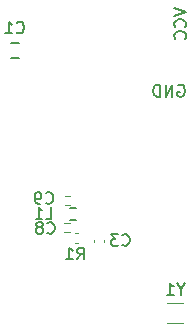
<source format=gbo>
G04 #@! TF.FileFunction,Legend,Bot*
%FSLAX46Y46*%
G04 Gerber Fmt 4.6, Leading zero omitted, Abs format (unit mm)*
G04 Created by KiCad (PCBNEW 4.0.5+dfsg1-4) date Thu Nov  2 15:49:47 2017*
%MOMM*%
%LPD*%
G01*
G04 APERTURE LIST*
%ADD10C,0.100000*%
%ADD11C,0.120000*%
%ADD12C,0.150000*%
G04 APERTURE END LIST*
D10*
D11*
X114801000Y-85751000D02*
X113451000Y-85751000D01*
X114801000Y-84001000D02*
X113451000Y-84001000D01*
D12*
X105698000Y-76969000D02*
X105198000Y-76969000D01*
X105198000Y-76019000D02*
X105698000Y-76019000D01*
D11*
X105258000Y-74951000D02*
X104758000Y-74951000D01*
X104758000Y-75751000D02*
X105258000Y-75751000D01*
X105232000Y-77237000D02*
X104732000Y-77237000D01*
X104732000Y-78037000D02*
X105232000Y-78037000D01*
X105624000Y-78086000D02*
X105864000Y-78086000D01*
X105864000Y-78966000D02*
X105624000Y-78966000D01*
X108089000Y-78660000D02*
X108089000Y-78900000D01*
X107209000Y-78900000D02*
X107209000Y-78660000D01*
D12*
X100887000Y-62051000D02*
X100187000Y-62051000D01*
X100187000Y-63251000D02*
X100887000Y-63251000D01*
X114602191Y-82852190D02*
X114602191Y-83328381D01*
X114935524Y-82328381D02*
X114602191Y-82852190D01*
X114268857Y-82328381D01*
X113411714Y-83328381D02*
X113983143Y-83328381D01*
X113697429Y-83328381D02*
X113697429Y-82328381D01*
X113792667Y-82471238D01*
X113887905Y-82566476D01*
X113983143Y-82614095D01*
X103163666Y-76906381D02*
X103639857Y-76906381D01*
X103639857Y-75906381D01*
X102306523Y-76906381D02*
X102877952Y-76906381D01*
X102592238Y-76906381D02*
X102592238Y-75906381D01*
X102687476Y-76049238D01*
X102782714Y-76144476D01*
X102877952Y-76192095D01*
X103163666Y-75541143D02*
X103211285Y-75588762D01*
X103354142Y-75636381D01*
X103449380Y-75636381D01*
X103592238Y-75588762D01*
X103687476Y-75493524D01*
X103735095Y-75398286D01*
X103782714Y-75207810D01*
X103782714Y-75064952D01*
X103735095Y-74874476D01*
X103687476Y-74779238D01*
X103592238Y-74684000D01*
X103449380Y-74636381D01*
X103354142Y-74636381D01*
X103211285Y-74684000D01*
X103163666Y-74731619D01*
X102687476Y-75636381D02*
X102497000Y-75636381D01*
X102401761Y-75588762D01*
X102354142Y-75541143D01*
X102258904Y-75398286D01*
X102211285Y-75207810D01*
X102211285Y-74826857D01*
X102258904Y-74731619D01*
X102306523Y-74684000D01*
X102401761Y-74636381D01*
X102592238Y-74636381D01*
X102687476Y-74684000D01*
X102735095Y-74731619D01*
X102782714Y-74826857D01*
X102782714Y-75064952D01*
X102735095Y-75160190D01*
X102687476Y-75207810D01*
X102592238Y-75255429D01*
X102401761Y-75255429D01*
X102306523Y-75207810D01*
X102258904Y-75160190D01*
X102211285Y-75064952D01*
X103290666Y-78081143D02*
X103338285Y-78128762D01*
X103481142Y-78176381D01*
X103576380Y-78176381D01*
X103719238Y-78128762D01*
X103814476Y-78033524D01*
X103862095Y-77938286D01*
X103909714Y-77747810D01*
X103909714Y-77604952D01*
X103862095Y-77414476D01*
X103814476Y-77319238D01*
X103719238Y-77224000D01*
X103576380Y-77176381D01*
X103481142Y-77176381D01*
X103338285Y-77224000D01*
X103290666Y-77271619D01*
X102719238Y-77604952D02*
X102814476Y-77557333D01*
X102862095Y-77509714D01*
X102909714Y-77414476D01*
X102909714Y-77366857D01*
X102862095Y-77271619D01*
X102814476Y-77224000D01*
X102719238Y-77176381D01*
X102528761Y-77176381D01*
X102433523Y-77224000D01*
X102385904Y-77271619D01*
X102338285Y-77366857D01*
X102338285Y-77414476D01*
X102385904Y-77509714D01*
X102433523Y-77557333D01*
X102528761Y-77604952D01*
X102719238Y-77604952D01*
X102814476Y-77652571D01*
X102862095Y-77700190D01*
X102909714Y-77795429D01*
X102909714Y-77985905D01*
X102862095Y-78081143D01*
X102814476Y-78128762D01*
X102719238Y-78176381D01*
X102528761Y-78176381D01*
X102433523Y-78128762D01*
X102385904Y-78081143D01*
X102338285Y-77985905D01*
X102338285Y-77795429D01*
X102385904Y-77700190D01*
X102433523Y-77652571D01*
X102528761Y-77604952D01*
X105830666Y-80335381D02*
X106164000Y-79859190D01*
X106402095Y-80335381D02*
X106402095Y-79335381D01*
X106021142Y-79335381D01*
X105925904Y-79383000D01*
X105878285Y-79430619D01*
X105830666Y-79525857D01*
X105830666Y-79668714D01*
X105878285Y-79763952D01*
X105925904Y-79811571D01*
X106021142Y-79859190D01*
X106402095Y-79859190D01*
X104878285Y-80335381D02*
X105449714Y-80335381D01*
X105164000Y-80335381D02*
X105164000Y-79335381D01*
X105259238Y-79478238D01*
X105354476Y-79573476D01*
X105449714Y-79621095D01*
X109640666Y-79097143D02*
X109688285Y-79144762D01*
X109831142Y-79192381D01*
X109926380Y-79192381D01*
X110069238Y-79144762D01*
X110164476Y-79049524D01*
X110212095Y-78954286D01*
X110259714Y-78763810D01*
X110259714Y-78620952D01*
X110212095Y-78430476D01*
X110164476Y-78335238D01*
X110069238Y-78240000D01*
X109926380Y-78192381D01*
X109831142Y-78192381D01*
X109688285Y-78240000D01*
X109640666Y-78287619D01*
X109307333Y-78192381D02*
X108688285Y-78192381D01*
X109021619Y-78573333D01*
X108878761Y-78573333D01*
X108783523Y-78620952D01*
X108735904Y-78668571D01*
X108688285Y-78763810D01*
X108688285Y-79001905D01*
X108735904Y-79097143D01*
X108783523Y-79144762D01*
X108878761Y-79192381D01*
X109164476Y-79192381D01*
X109259714Y-79144762D01*
X109307333Y-79097143D01*
X100703666Y-61108143D02*
X100751285Y-61155762D01*
X100894142Y-61203381D01*
X100989380Y-61203381D01*
X101132238Y-61155762D01*
X101227476Y-61060524D01*
X101275095Y-60965286D01*
X101322714Y-60774810D01*
X101322714Y-60631952D01*
X101275095Y-60441476D01*
X101227476Y-60346238D01*
X101132238Y-60251000D01*
X100989380Y-60203381D01*
X100894142Y-60203381D01*
X100751285Y-60251000D01*
X100703666Y-60298619D01*
X99751285Y-61203381D02*
X100322714Y-61203381D01*
X100037000Y-61203381D02*
X100037000Y-60203381D01*
X100132238Y-60346238D01*
X100227476Y-60441476D01*
X100322714Y-60489095D01*
X114361904Y-65600000D02*
X114457142Y-65552381D01*
X114599999Y-65552381D01*
X114742857Y-65600000D01*
X114838095Y-65695238D01*
X114885714Y-65790476D01*
X114933333Y-65980952D01*
X114933333Y-66123810D01*
X114885714Y-66314286D01*
X114838095Y-66409524D01*
X114742857Y-66504762D01*
X114599999Y-66552381D01*
X114504761Y-66552381D01*
X114361904Y-66504762D01*
X114314285Y-66457143D01*
X114314285Y-66123810D01*
X114504761Y-66123810D01*
X113885714Y-66552381D02*
X113885714Y-65552381D01*
X113314285Y-66552381D01*
X113314285Y-65552381D01*
X112838095Y-66552381D02*
X112838095Y-65552381D01*
X112600000Y-65552381D01*
X112457142Y-65600000D01*
X112361904Y-65695238D01*
X112314285Y-65790476D01*
X112266666Y-65980952D01*
X112266666Y-66123810D01*
X112314285Y-66314286D01*
X112361904Y-66409524D01*
X112457142Y-66504762D01*
X112600000Y-66552381D01*
X112838095Y-66552381D01*
X114052381Y-59066667D02*
X115052381Y-59400000D01*
X114052381Y-59733334D01*
X114957143Y-60638096D02*
X115004762Y-60590477D01*
X115052381Y-60447620D01*
X115052381Y-60352382D01*
X115004762Y-60209524D01*
X114909524Y-60114286D01*
X114814286Y-60066667D01*
X114623810Y-60019048D01*
X114480952Y-60019048D01*
X114290476Y-60066667D01*
X114195238Y-60114286D01*
X114100000Y-60209524D01*
X114052381Y-60352382D01*
X114052381Y-60447620D01*
X114100000Y-60590477D01*
X114147619Y-60638096D01*
X114957143Y-61638096D02*
X115004762Y-61590477D01*
X115052381Y-61447620D01*
X115052381Y-61352382D01*
X115004762Y-61209524D01*
X114909524Y-61114286D01*
X114814286Y-61066667D01*
X114623810Y-61019048D01*
X114480952Y-61019048D01*
X114290476Y-61066667D01*
X114195238Y-61114286D01*
X114100000Y-61209524D01*
X114052381Y-61352382D01*
X114052381Y-61447620D01*
X114100000Y-61590477D01*
X114147619Y-61638096D01*
M02*

</source>
